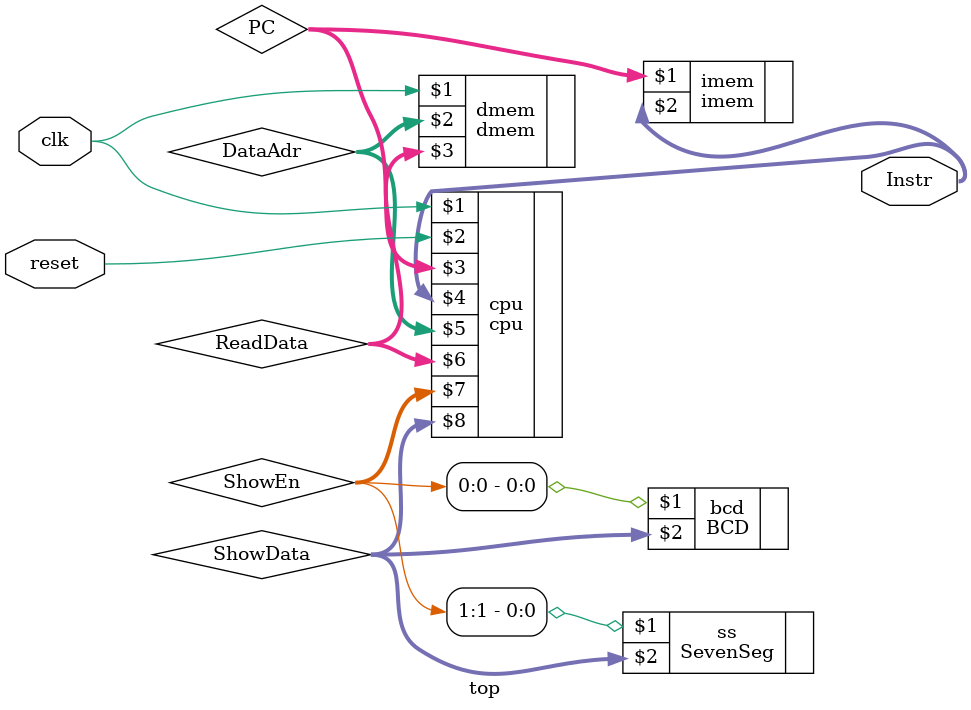
<source format=sv>
module top (input logic clk, reset,
				output logic [15:0] Instr);
	logic [7:0] PC, DataAdr, ReadData, ShowData;
	logic [1:0] ShowEn;
	//logic [15:0] Instr;

	cpu cpu(	clk, reset, PC, Instr,
				DataAdr, ReadData,
				ShowEn, ShowData);

	imem imem(PC, Instr);
	dmem dmem(clk, DataAdr, ReadData);

	BCD bcd(ShowEn[0], ShowData);
	SevenSeg ss(ShowEn[1], ShowData);

endmodule 
</source>
